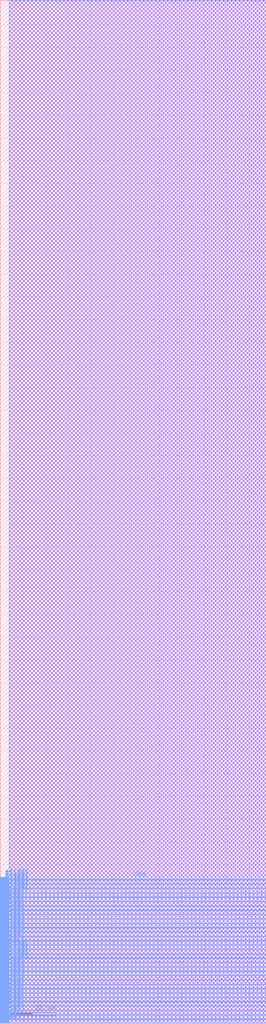
<source format=lef>
VERSION 5.6 ;
BUSBITCHARS "[]" ;
DIVIDERCHAR "/" ;

MACRO SRAM1RW512x128
  CLASS BLOCK ;
  ORIGIN 0 0 ;
  FOREIGN SRAM1RW512x128 0 0 ;
  SIZE 117.408 BY 450.752 ;
  SYMMETRY X Y ;
  SITE asap7sc7p5t ;
  PIN VDD
    DIRECTION INOUT ;
    USE POWER ;
    PORT 
      LAYER M4 ;
        RECT 0.0 1.632 117.408 1.728 ;
        RECT 0.0 3.552 117.408 3.648 ;
        RECT 0.0 5.472 117.408 5.568 ;
        RECT 0.0 7.392 117.408 7.488 ;
        RECT 0.0 9.312 117.408 9.408 ;
        RECT 0.0 11.232 117.408 11.328 ;
        RECT 0.0 13.152 117.408 13.248 ;
        RECT 0.0 15.072 117.408 15.168 ;
        RECT 0.0 16.992 117.408 17.088 ;
        RECT 0.0 18.912 117.408 19.008 ;
        RECT 0.0 20.832 117.408 20.928 ;
        RECT 0.0 22.752 117.408 22.848 ;
        RECT 0.0 24.672 117.408 24.768 ;
        RECT 0.0 26.592 117.408 26.688 ;
        RECT 0.0 28.512 117.408 28.608 ;
        RECT 0.0 30.432 117.408 30.528 ;
        RECT 0.0 32.352 117.408 32.448 ;
        RECT 0.0 34.272 117.408 34.368 ;
        RECT 0.0 36.192 117.408 36.288 ;
        RECT 0.0 38.112 117.408 38.208 ;
        RECT 0.0 40.032 117.408 40.128 ;
        RECT 0.0 41.952 117.408 42.048 ;
        RECT 0.0 43.872 117.408 43.968 ;
        RECT 0.0 45.792 117.408 45.888 ;
        RECT 0.0 47.712 117.408 47.808 ;
        RECT 0.0 49.632 117.408 49.728 ;
        RECT 0.0 51.552 117.408 51.648 ;
        RECT 0.0 53.472 117.408 53.568 ;
        RECT 0.0 55.392 117.408 55.488 ;
        RECT 0.0 57.312 117.408 57.408 ;
        RECT 0.0 59.232 117.408 59.328 ;
        RECT 0.0 61.152 117.408 61.248 ;
        RECT 0.0 63.072 117.408 63.168 ;
    END 
  END VDD
  PIN VSS
    DIRECTION INOUT ;
    USE GROUND ;
    PORT 
      LAYER M4 ;
        RECT 0.0 1.824 117.408 1.92 ;
        RECT 0.0 3.744 117.408 3.84 ;
        RECT 0.0 5.664 117.408 5.76 ;
        RECT 0.0 7.584 117.408 7.68 ;
        RECT 0.0 9.504 117.408 9.6 ;
        RECT 0.0 11.424 117.408 11.52 ;
        RECT 0.0 13.344 117.408 13.44 ;
        RECT 0.0 15.264 117.408 15.36 ;
        RECT 0.0 17.184 117.408 17.28 ;
        RECT 0.0 19.104 117.408 19.2 ;
        RECT 0.0 21.024 117.408 21.12 ;
        RECT 0.0 22.944 117.408 23.04 ;
        RECT 0.0 24.864 117.408 24.96 ;
        RECT 0.0 26.784 117.408 26.88 ;
        RECT 0.0 28.704 117.408 28.8 ;
        RECT 0.0 30.624 117.408 30.72 ;
        RECT 0.0 32.544 117.408 32.64 ;
        RECT 0.0 34.464 117.408 34.56 ;
        RECT 0.0 36.384 117.408 36.48 ;
        RECT 0.0 38.304 117.408 38.4 ;
        RECT 0.0 40.224 117.408 40.32 ;
        RECT 0.0 42.144 117.408 42.24 ;
        RECT 0.0 44.064 117.408 44.16 ;
        RECT 0.0 45.984 117.408 46.08 ;
        RECT 0.0 47.904 117.408 48.0 ;
        RECT 0.0 49.824 117.408 49.92 ;
        RECT 0.0 51.744 117.408 51.84 ;
        RECT 0.0 53.664 117.408 53.76 ;
        RECT 0.0 55.584 117.408 55.68 ;
        RECT 0.0 57.504 117.408 57.6 ;
        RECT 0.0 59.424 117.408 59.52 ;
        RECT 0.0 61.344 117.408 61.44 ;
        RECT 0.0 63.264 117.408 63.36 ;
    END 
  END VSS
  PIN CE
    DIRECTION INPUT ;
    USE SIGNAL ;
    PORT 
      LAYER M4 ;
        RECT 0.0 0.096 4.0 0.192 ;
    END 
  END CE
  PIN WEB
    DIRECTION INPUT ;
    USE SIGNAL ;
    PORT 
      LAYER M4 ;
        RECT 0.0 0.288 4.0 0.384 ;
    END 
  END WEB
  PIN OEB
    DIRECTION INPUT ;
    USE SIGNAL ;
    PORT 
      LAYER M4 ;
        RECT 0.0 0.48 4.0 0.576 ;
    END 
  END OEB
  PIN CSB
    DIRECTION INPUT ;
    USE SIGNAL ;
    PORT 
      LAYER M4 ;
        RECT 0.0 0.672 4.0 0.768 ;
    END 
  END CSB
  PIN A[0]
    DIRECTION INPUT ;
    USE SIGNAL ;
    PORT 
      LAYER M4 ;
        RECT 0.0 0.864 4.0 0.96 ;
    END 
  END A[0]
  PIN A[1]
    DIRECTION INPUT ;
    USE SIGNAL ;
    PORT 
      LAYER M4 ;
        RECT 0.0 1.056 4.0 1.152 ;
    END 
  END A[1]
  PIN A[2]
    DIRECTION INPUT ;
    USE SIGNAL ;
    PORT 
      LAYER M4 ;
        RECT 0.0 1.248 4.0 1.344 ;
    END 
  END A[2]
  PIN A[3]
    DIRECTION INPUT ;
    USE SIGNAL ;
    PORT 
      LAYER M4 ;
        RECT 0.0 1.44 4.0 1.536 ;
    END 
  END A[3]
  PIN A[4]
    DIRECTION INPUT ;
    USE SIGNAL ;
    PORT 
      LAYER M4 ;
        RECT 0.0 2.016 4.0 2.112 ;
    END 
  END A[4]
  PIN A[5]
    DIRECTION INPUT ;
    USE SIGNAL ;
    PORT 
      LAYER M4 ;
        RECT 0.0 2.208 4.0 2.304 ;
    END 
  END A[5]
  PIN A[6]
    DIRECTION INPUT ;
    USE SIGNAL ;
    PORT 
      LAYER M4 ;
        RECT 0.0 2.4 4.0 2.496 ;
    END 
  END A[6]
  PIN A[7]
    DIRECTION INPUT ;
    USE SIGNAL ;
    PORT 
      LAYER M4 ;
        RECT 0.0 2.592 4.0 2.688 ;
    END 
  END A[7]
  PIN A[8]
    DIRECTION INPUT ;
    USE SIGNAL ;
    PORT 
      LAYER M4 ;
        RECT 0.0 2.784 4.0 2.88 ;
    END 
  END A[8]
  PIN I[0]
    DIRECTION INPUT ;
    USE SIGNAL ;
    PORT 
      LAYER M4 ;
        RECT 0.0 2.976 4.0 3.072 ;
    END 
  END I[0]
  PIN I[1]
    DIRECTION INPUT ;
    USE SIGNAL ;
    PORT 
      LAYER M4 ;
        RECT 0.0 3.168 4.0 3.264 ;
    END 
  END I[1]
  PIN I[2]
    DIRECTION INPUT ;
    USE SIGNAL ;
    PORT 
      LAYER M4 ;
        RECT 0.0 3.36 4.0 3.456 ;
    END 
  END I[2]
  PIN I[3]
    DIRECTION INPUT ;
    USE SIGNAL ;
    PORT 
      LAYER M4 ;
        RECT 0.0 3.936 4.0 4.032 ;
    END 
  END I[3]
  PIN I[4]
    DIRECTION INPUT ;
    USE SIGNAL ;
    PORT 
      LAYER M4 ;
        RECT 0.0 4.128 4.0 4.224 ;
    END 
  END I[4]
  PIN I[5]
    DIRECTION INPUT ;
    USE SIGNAL ;
    PORT 
      LAYER M4 ;
        RECT 0.0 4.32 4.0 4.416 ;
    END 
  END I[5]
  PIN I[6]
    DIRECTION INPUT ;
    USE SIGNAL ;
    PORT 
      LAYER M4 ;
        RECT 0.0 4.512 4.0 4.608 ;
    END 
  END I[6]
  PIN I[7]
    DIRECTION INPUT ;
    USE SIGNAL ;
    PORT 
      LAYER M4 ;
        RECT 0.0 4.704 4.0 4.8 ;
    END 
  END I[7]
  PIN I[8]
    DIRECTION INPUT ;
    USE SIGNAL ;
    PORT 
      LAYER M4 ;
        RECT 0.0 4.896 4.0 4.992 ;
    END 
  END I[8]
  PIN I[9]
    DIRECTION INPUT ;
    USE SIGNAL ;
    PORT 
      LAYER M4 ;
        RECT 0.0 5.088 4.0 5.184 ;
    END 
  END I[9]
  PIN I[10]
    DIRECTION INPUT ;
    USE SIGNAL ;
    PORT 
      LAYER M4 ;
        RECT 0.0 5.28 4.0 5.376 ;
    END 
  END I[10]
  PIN I[11]
    DIRECTION INPUT ;
    USE SIGNAL ;
    PORT 
      LAYER M4 ;
        RECT 0.0 5.856 4.0 5.952 ;
    END 
  END I[11]
  PIN I[12]
    DIRECTION INPUT ;
    USE SIGNAL ;
    PORT 
      LAYER M4 ;
        RECT 0.0 6.048 4.0 6.144 ;
    END 
  END I[12]
  PIN I[13]
    DIRECTION INPUT ;
    USE SIGNAL ;
    PORT 
      LAYER M4 ;
        RECT 0.0 6.24 4.0 6.336 ;
    END 
  END I[13]
  PIN I[14]
    DIRECTION INPUT ;
    USE SIGNAL ;
    PORT 
      LAYER M4 ;
        RECT 0.0 6.432 4.0 6.528 ;
    END 
  END I[14]
  PIN I[15]
    DIRECTION INPUT ;
    USE SIGNAL ;
    PORT 
      LAYER M4 ;
        RECT 0.0 6.624 4.0 6.72 ;
    END 
  END I[15]
  PIN I[16]
    DIRECTION INPUT ;
    USE SIGNAL ;
    PORT 
      LAYER M4 ;
        RECT 0.0 6.816 4.0 6.912 ;
    END 
  END I[16]
  PIN I[17]
    DIRECTION INPUT ;
    USE SIGNAL ;
    PORT 
      LAYER M4 ;
        RECT 0.0 7.008 4.0 7.104 ;
    END 
  END I[17]
  PIN I[18]
    DIRECTION INPUT ;
    USE SIGNAL ;
    PORT 
      LAYER M4 ;
        RECT 0.0 7.2 4.0 7.296 ;
    END 
  END I[18]
  PIN I[19]
    DIRECTION INPUT ;
    USE SIGNAL ;
    PORT 
      LAYER M4 ;
        RECT 0.0 7.776 4.0 7.872 ;
    END 
  END I[19]
  PIN I[20]
    DIRECTION INPUT ;
    USE SIGNAL ;
    PORT 
      LAYER M4 ;
        RECT 0.0 7.968 4.0 8.064 ;
    END 
  END I[20]
  PIN I[21]
    DIRECTION INPUT ;
    USE SIGNAL ;
    PORT 
      LAYER M4 ;
        RECT 0.0 8.16 4.0 8.256 ;
    END 
  END I[21]
  PIN I[22]
    DIRECTION INPUT ;
    USE SIGNAL ;
    PORT 
      LAYER M4 ;
        RECT 0.0 8.352 4.0 8.448 ;
    END 
  END I[22]
  PIN I[23]
    DIRECTION INPUT ;
    USE SIGNAL ;
    PORT 
      LAYER M4 ;
        RECT 0.0 8.544 4.0 8.64 ;
    END 
  END I[23]
  PIN I[24]
    DIRECTION INPUT ;
    USE SIGNAL ;
    PORT 
      LAYER M4 ;
        RECT 0.0 8.736 4.0 8.832 ;
    END 
  END I[24]
  PIN I[25]
    DIRECTION INPUT ;
    USE SIGNAL ;
    PORT 
      LAYER M4 ;
        RECT 0.0 8.928 4.0 9.024 ;
    END 
  END I[25]
  PIN I[26]
    DIRECTION INPUT ;
    USE SIGNAL ;
    PORT 
      LAYER M4 ;
        RECT 0.0 9.12 4.0 9.216 ;
    END 
  END I[26]
  PIN I[27]
    DIRECTION INPUT ;
    USE SIGNAL ;
    PORT 
      LAYER M4 ;
        RECT 0.0 9.696 4.0 9.792 ;
    END 
  END I[27]
  PIN I[28]
    DIRECTION INPUT ;
    USE SIGNAL ;
    PORT 
      LAYER M4 ;
        RECT 0.0 9.888 4.0 9.984 ;
    END 
  END I[28]
  PIN I[29]
    DIRECTION INPUT ;
    USE SIGNAL ;
    PORT 
      LAYER M4 ;
        RECT 0.0 10.08 4.0 10.176 ;
    END 
  END I[29]
  PIN I[30]
    DIRECTION INPUT ;
    USE SIGNAL ;
    PORT 
      LAYER M4 ;
        RECT 0.0 10.272 4.0 10.368 ;
    END 
  END I[30]
  PIN I[31]
    DIRECTION INPUT ;
    USE SIGNAL ;
    PORT 
      LAYER M4 ;
        RECT 0.0 10.464 4.0 10.56 ;
    END 
  END I[31]
  PIN I[32]
    DIRECTION INPUT ;
    USE SIGNAL ;
    PORT 
      LAYER M4 ;
        RECT 0.0 10.656 4.0 10.752 ;
    END 
  END I[32]
  PIN I[33]
    DIRECTION INPUT ;
    USE SIGNAL ;
    PORT 
      LAYER M4 ;
        RECT 0.0 10.848 4.0 10.944 ;
    END 
  END I[33]
  PIN I[34]
    DIRECTION INPUT ;
    USE SIGNAL ;
    PORT 
      LAYER M4 ;
        RECT 0.0 11.04 4.0 11.136 ;
    END 
  END I[34]
  PIN I[35]
    DIRECTION INPUT ;
    USE SIGNAL ;
    PORT 
      LAYER M4 ;
        RECT 0.0 11.616 4.0 11.712 ;
    END 
  END I[35]
  PIN I[36]
    DIRECTION INPUT ;
    USE SIGNAL ;
    PORT 
      LAYER M4 ;
        RECT 0.0 11.808 4.0 11.904 ;
    END 
  END I[36]
  PIN I[37]
    DIRECTION INPUT ;
    USE SIGNAL ;
    PORT 
      LAYER M4 ;
        RECT 0.0 12.0 4.0 12.096 ;
    END 
  END I[37]
  PIN I[38]
    DIRECTION INPUT ;
    USE SIGNAL ;
    PORT 
      LAYER M4 ;
        RECT 0.0 12.192 4.0 12.288 ;
    END 
  END I[38]
  PIN I[39]
    DIRECTION INPUT ;
    USE SIGNAL ;
    PORT 
      LAYER M4 ;
        RECT 0.0 12.384 4.0 12.48 ;
    END 
  END I[39]
  PIN I[40]
    DIRECTION INPUT ;
    USE SIGNAL ;
    PORT 
      LAYER M4 ;
        RECT 0.0 12.576 4.0 12.672 ;
    END 
  END I[40]
  PIN I[41]
    DIRECTION INPUT ;
    USE SIGNAL ;
    PORT 
      LAYER M4 ;
        RECT 0.0 12.768 4.0 12.864 ;
    END 
  END I[41]
  PIN I[42]
    DIRECTION INPUT ;
    USE SIGNAL ;
    PORT 
      LAYER M4 ;
        RECT 0.0 12.96 4.0 13.056 ;
    END 
  END I[42]
  PIN I[43]
    DIRECTION INPUT ;
    USE SIGNAL ;
    PORT 
      LAYER M4 ;
        RECT 0.0 13.536 4.0 13.632 ;
    END 
  END I[43]
  PIN I[44]
    DIRECTION INPUT ;
    USE SIGNAL ;
    PORT 
      LAYER M4 ;
        RECT 0.0 13.728 4.0 13.824 ;
    END 
  END I[44]
  PIN I[45]
    DIRECTION INPUT ;
    USE SIGNAL ;
    PORT 
      LAYER M4 ;
        RECT 0.0 13.92 4.0 14.016 ;
    END 
  END I[45]
  PIN I[46]
    DIRECTION INPUT ;
    USE SIGNAL ;
    PORT 
      LAYER M4 ;
        RECT 0.0 14.112 4.0 14.208 ;
    END 
  END I[46]
  PIN I[47]
    DIRECTION INPUT ;
    USE SIGNAL ;
    PORT 
      LAYER M4 ;
        RECT 0.0 14.304 4.0 14.4 ;
    END 
  END I[47]
  PIN I[48]
    DIRECTION INPUT ;
    USE SIGNAL ;
    PORT 
      LAYER M4 ;
        RECT 0.0 14.496 4.0 14.592 ;
    END 
  END I[48]
  PIN I[49]
    DIRECTION INPUT ;
    USE SIGNAL ;
    PORT 
      LAYER M4 ;
        RECT 0.0 14.688 4.0 14.784 ;
    END 
  END I[49]
  PIN I[50]
    DIRECTION INPUT ;
    USE SIGNAL ;
    PORT 
      LAYER M4 ;
        RECT 0.0 14.88 4.0 14.976 ;
    END 
  END I[50]
  PIN I[51]
    DIRECTION INPUT ;
    USE SIGNAL ;
    PORT 
      LAYER M4 ;
        RECT 0.0 15.456 4.0 15.552 ;
    END 
  END I[51]
  PIN I[52]
    DIRECTION INPUT ;
    USE SIGNAL ;
    PORT 
      LAYER M4 ;
        RECT 0.0 15.648 4.0 15.744 ;
    END 
  END I[52]
  PIN I[53]
    DIRECTION INPUT ;
    USE SIGNAL ;
    PORT 
      LAYER M4 ;
        RECT 0.0 15.84 4.0 15.936 ;
    END 
  END I[53]
  PIN I[54]
    DIRECTION INPUT ;
    USE SIGNAL ;
    PORT 
      LAYER M4 ;
        RECT 0.0 16.032 4.0 16.128 ;
    END 
  END I[54]
  PIN I[55]
    DIRECTION INPUT ;
    USE SIGNAL ;
    PORT 
      LAYER M4 ;
        RECT 0.0 16.224 4.0 16.32 ;
    END 
  END I[55]
  PIN I[56]
    DIRECTION INPUT ;
    USE SIGNAL ;
    PORT 
      LAYER M4 ;
        RECT 0.0 16.416 4.0 16.512 ;
    END 
  END I[56]
  PIN I[57]
    DIRECTION INPUT ;
    USE SIGNAL ;
    PORT 
      LAYER M4 ;
        RECT 0.0 16.608 4.0 16.704 ;
    END 
  END I[57]
  PIN I[58]
    DIRECTION INPUT ;
    USE SIGNAL ;
    PORT 
      LAYER M4 ;
        RECT 0.0 16.8 4.0 16.896 ;
    END 
  END I[58]
  PIN I[59]
    DIRECTION INPUT ;
    USE SIGNAL ;
    PORT 
      LAYER M4 ;
        RECT 0.0 17.376 4.0 17.472 ;
    END 
  END I[59]
  PIN I[60]
    DIRECTION INPUT ;
    USE SIGNAL ;
    PORT 
      LAYER M4 ;
        RECT 0.0 17.568 4.0 17.664 ;
    END 
  END I[60]
  PIN I[61]
    DIRECTION INPUT ;
    USE SIGNAL ;
    PORT 
      LAYER M4 ;
        RECT 0.0 17.76 4.0 17.856 ;
    END 
  END I[61]
  PIN I[62]
    DIRECTION INPUT ;
    USE SIGNAL ;
    PORT 
      LAYER M4 ;
        RECT 0.0 17.952 4.0 18.048 ;
    END 
  END I[62]
  PIN I[63]
    DIRECTION INPUT ;
    USE SIGNAL ;
    PORT 
      LAYER M4 ;
        RECT 0.0 18.144 4.0 18.24 ;
    END 
  END I[63]
  PIN I[64]
    DIRECTION INPUT ;
    USE SIGNAL ;
    PORT 
      LAYER M4 ;
        RECT 0.0 18.336 4.0 18.432 ;
    END 
  END I[64]
  PIN I[65]
    DIRECTION INPUT ;
    USE SIGNAL ;
    PORT 
      LAYER M4 ;
        RECT 0.0 18.528 4.0 18.624 ;
    END 
  END I[65]
  PIN I[66]
    DIRECTION INPUT ;
    USE SIGNAL ;
    PORT 
      LAYER M4 ;
        RECT 0.0 18.72 4.0 18.816 ;
    END 
  END I[66]
  PIN I[67]
    DIRECTION INPUT ;
    USE SIGNAL ;
    PORT 
      LAYER M4 ;
        RECT 0.0 19.296 4.0 19.392 ;
    END 
  END I[67]
  PIN I[68]
    DIRECTION INPUT ;
    USE SIGNAL ;
    PORT 
      LAYER M4 ;
        RECT 0.0 19.488 4.0 19.584 ;
    END 
  END I[68]
  PIN I[69]
    DIRECTION INPUT ;
    USE SIGNAL ;
    PORT 
      LAYER M4 ;
        RECT 0.0 19.68 4.0 19.776 ;
    END 
  END I[69]
  PIN I[70]
    DIRECTION INPUT ;
    USE SIGNAL ;
    PORT 
      LAYER M4 ;
        RECT 0.0 19.872 4.0 19.968 ;
    END 
  END I[70]
  PIN I[71]
    DIRECTION INPUT ;
    USE SIGNAL ;
    PORT 
      LAYER M4 ;
        RECT 0.0 20.064 4.0 20.16 ;
    END 
  END I[71]
  PIN I[72]
    DIRECTION INPUT ;
    USE SIGNAL ;
    PORT 
      LAYER M4 ;
        RECT 0.0 20.256 4.0 20.352 ;
    END 
  END I[72]
  PIN I[73]
    DIRECTION INPUT ;
    USE SIGNAL ;
    PORT 
      LAYER M4 ;
        RECT 0.0 20.448 4.0 20.544 ;
    END 
  END I[73]
  PIN I[74]
    DIRECTION INPUT ;
    USE SIGNAL ;
    PORT 
      LAYER M4 ;
        RECT 0.0 20.64 4.0 20.736 ;
    END 
  END I[74]
  PIN I[75]
    DIRECTION INPUT ;
    USE SIGNAL ;
    PORT 
      LAYER M4 ;
        RECT 0.0 21.216 4.0 21.312 ;
    END 
  END I[75]
  PIN I[76]
    DIRECTION INPUT ;
    USE SIGNAL ;
    PORT 
      LAYER M4 ;
        RECT 0.0 21.408 4.0 21.504 ;
    END 
  END I[76]
  PIN I[77]
    DIRECTION INPUT ;
    USE SIGNAL ;
    PORT 
      LAYER M4 ;
        RECT 0.0 21.6 4.0 21.696 ;
    END 
  END I[77]
  PIN I[78]
    DIRECTION INPUT ;
    USE SIGNAL ;
    PORT 
      LAYER M4 ;
        RECT 0.0 21.792 4.0 21.888 ;
    END 
  END I[78]
  PIN I[79]
    DIRECTION INPUT ;
    USE SIGNAL ;
    PORT 
      LAYER M4 ;
        RECT 0.0 21.984 4.0 22.08 ;
    END 
  END I[79]
  PIN I[80]
    DIRECTION INPUT ;
    USE SIGNAL ;
    PORT 
      LAYER M4 ;
        RECT 0.0 22.176 4.0 22.272 ;
    END 
  END I[80]
  PIN I[81]
    DIRECTION INPUT ;
    USE SIGNAL ;
    PORT 
      LAYER M4 ;
        RECT 0.0 22.368 4.0 22.464 ;
    END 
  END I[81]
  PIN I[82]
    DIRECTION INPUT ;
    USE SIGNAL ;
    PORT 
      LAYER M4 ;
        RECT 0.0 22.56 4.0 22.656 ;
    END 
  END I[82]
  PIN I[83]
    DIRECTION INPUT ;
    USE SIGNAL ;
    PORT 
      LAYER M4 ;
        RECT 0.0 23.136 4.0 23.232 ;
    END 
  END I[83]
  PIN I[84]
    DIRECTION INPUT ;
    USE SIGNAL ;
    PORT 
      LAYER M4 ;
        RECT 0.0 23.328 4.0 23.424 ;
    END 
  END I[84]
  PIN I[85]
    DIRECTION INPUT ;
    USE SIGNAL ;
    PORT 
      LAYER M4 ;
        RECT 0.0 23.52 4.0 23.616 ;
    END 
  END I[85]
  PIN I[86]
    DIRECTION INPUT ;
    USE SIGNAL ;
    PORT 
      LAYER M4 ;
        RECT 0.0 23.712 4.0 23.808 ;
    END 
  END I[86]
  PIN I[87]
    DIRECTION INPUT ;
    USE SIGNAL ;
    PORT 
      LAYER M4 ;
        RECT 0.0 23.904 4.0 24.0 ;
    END 
  END I[87]
  PIN I[88]
    DIRECTION INPUT ;
    USE SIGNAL ;
    PORT 
      LAYER M4 ;
        RECT 0.0 24.096 4.0 24.192 ;
    END 
  END I[88]
  PIN I[89]
    DIRECTION INPUT ;
    USE SIGNAL ;
    PORT 
      LAYER M4 ;
        RECT 0.0 24.288 4.0 24.384 ;
    END 
  END I[89]
  PIN I[90]
    DIRECTION INPUT ;
    USE SIGNAL ;
    PORT 
      LAYER M4 ;
        RECT 0.0 24.48 4.0 24.576 ;
    END 
  END I[90]
  PIN I[91]
    DIRECTION INPUT ;
    USE SIGNAL ;
    PORT 
      LAYER M4 ;
        RECT 0.0 25.056 4.0 25.152 ;
    END 
  END I[91]
  PIN I[92]
    DIRECTION INPUT ;
    USE SIGNAL ;
    PORT 
      LAYER M4 ;
        RECT 0.0 25.248 4.0 25.344 ;
    END 
  END I[92]
  PIN I[93]
    DIRECTION INPUT ;
    USE SIGNAL ;
    PORT 
      LAYER M4 ;
        RECT 0.0 25.44 4.0 25.536 ;
    END 
  END I[93]
  PIN I[94]
    DIRECTION INPUT ;
    USE SIGNAL ;
    PORT 
      LAYER M4 ;
        RECT 0.0 25.632 4.0 25.728 ;
    END 
  END I[94]
  PIN I[95]
    DIRECTION INPUT ;
    USE SIGNAL ;
    PORT 
      LAYER M4 ;
        RECT 0.0 25.824 4.0 25.92 ;
    END 
  END I[95]
  PIN I[96]
    DIRECTION INPUT ;
    USE SIGNAL ;
    PORT 
      LAYER M4 ;
        RECT 0.0 26.016 4.0 26.112 ;
    END 
  END I[96]
  PIN I[97]
    DIRECTION INPUT ;
    USE SIGNAL ;
    PORT 
      LAYER M4 ;
        RECT 0.0 26.208 4.0 26.304 ;
    END 
  END I[97]
  PIN I[98]
    DIRECTION INPUT ;
    USE SIGNAL ;
    PORT 
      LAYER M4 ;
        RECT 0.0 26.4 4.0 26.496 ;
    END 
  END I[98]
  PIN I[99]
    DIRECTION INPUT ;
    USE SIGNAL ;
    PORT 
      LAYER M4 ;
        RECT 0.0 26.976 4.0 27.072 ;
    END 
  END I[99]
  PIN I[100]
    DIRECTION INPUT ;
    USE SIGNAL ;
    PORT 
      LAYER M4 ;
        RECT 0.0 27.168 4.0 27.264 ;
    END 
  END I[100]
  PIN I[101]
    DIRECTION INPUT ;
    USE SIGNAL ;
    PORT 
      LAYER M4 ;
        RECT 0.0 27.36 4.0 27.456 ;
    END 
  END I[101]
  PIN I[102]
    DIRECTION INPUT ;
    USE SIGNAL ;
    PORT 
      LAYER M4 ;
        RECT 0.0 27.552 4.0 27.648 ;
    END 
  END I[102]
  PIN I[103]
    DIRECTION INPUT ;
    USE SIGNAL ;
    PORT 
      LAYER M4 ;
        RECT 0.0 27.744 4.0 27.84 ;
    END 
  END I[103]
  PIN I[104]
    DIRECTION INPUT ;
    USE SIGNAL ;
    PORT 
      LAYER M4 ;
        RECT 0.0 27.936 4.0 28.032 ;
    END 
  END I[104]
  PIN I[105]
    DIRECTION INPUT ;
    USE SIGNAL ;
    PORT 
      LAYER M4 ;
        RECT 0.0 28.128 4.0 28.224 ;
    END 
  END I[105]
  PIN I[106]
    DIRECTION INPUT ;
    USE SIGNAL ;
    PORT 
      LAYER M4 ;
        RECT 0.0 28.32 4.0 28.416 ;
    END 
  END I[106]
  PIN I[107]
    DIRECTION INPUT ;
    USE SIGNAL ;
    PORT 
      LAYER M4 ;
        RECT 0.0 28.896 4.0 28.992 ;
    END 
  END I[107]
  PIN I[108]
    DIRECTION INPUT ;
    USE SIGNAL ;
    PORT 
      LAYER M4 ;
        RECT 0.0 29.088 4.0 29.184 ;
    END 
  END I[108]
  PIN I[109]
    DIRECTION INPUT ;
    USE SIGNAL ;
    PORT 
      LAYER M4 ;
        RECT 0.0 29.28 4.0 29.376 ;
    END 
  END I[109]
  PIN I[110]
    DIRECTION INPUT ;
    USE SIGNAL ;
    PORT 
      LAYER M4 ;
        RECT 0.0 29.472 4.0 29.568 ;
    END 
  END I[110]
  PIN I[111]
    DIRECTION INPUT ;
    USE SIGNAL ;
    PORT 
      LAYER M4 ;
        RECT 0.0 29.664 4.0 29.76 ;
    END 
  END I[111]
  PIN I[112]
    DIRECTION INPUT ;
    USE SIGNAL ;
    PORT 
      LAYER M4 ;
        RECT 0.0 29.856 4.0 29.952 ;
    END 
  END I[112]
  PIN I[113]
    DIRECTION INPUT ;
    USE SIGNAL ;
    PORT 
      LAYER M4 ;
        RECT 0.0 30.048 4.0 30.144 ;
    END 
  END I[113]
  PIN I[114]
    DIRECTION INPUT ;
    USE SIGNAL ;
    PORT 
      LAYER M4 ;
        RECT 0.0 30.24 4.0 30.336 ;
    END 
  END I[114]
  PIN I[115]
    DIRECTION INPUT ;
    USE SIGNAL ;
    PORT 
      LAYER M4 ;
        RECT 0.0 30.816 4.0 30.912 ;
    END 
  END I[115]
  PIN I[116]
    DIRECTION INPUT ;
    USE SIGNAL ;
    PORT 
      LAYER M4 ;
        RECT 0.0 31.008 4.0 31.104 ;
    END 
  END I[116]
  PIN I[117]
    DIRECTION INPUT ;
    USE SIGNAL ;
    PORT 
      LAYER M4 ;
        RECT 0.0 31.2 4.0 31.296 ;
    END 
  END I[117]
  PIN I[118]
    DIRECTION INPUT ;
    USE SIGNAL ;
    PORT 
      LAYER M4 ;
        RECT 0.0 31.392 4.0 31.488 ;
    END 
  END I[118]
  PIN I[119]
    DIRECTION INPUT ;
    USE SIGNAL ;
    PORT 
      LAYER M4 ;
        RECT 0.0 31.584 4.0 31.68 ;
    END 
  END I[119]
  PIN I[120]
    DIRECTION INPUT ;
    USE SIGNAL ;
    PORT 
      LAYER M4 ;
        RECT 0.0 31.776 4.0 31.872 ;
    END 
  END I[120]
  PIN I[121]
    DIRECTION INPUT ;
    USE SIGNAL ;
    PORT 
      LAYER M4 ;
        RECT 0.0 31.968 4.0 32.064 ;
    END 
  END I[121]
  PIN I[122]
    DIRECTION INPUT ;
    USE SIGNAL ;
    PORT 
      LAYER M4 ;
        RECT 0.0 32.16 4.0 32.256 ;
    END 
  END I[122]
  PIN I[123]
    DIRECTION INPUT ;
    USE SIGNAL ;
    PORT 
      LAYER M4 ;
        RECT 0.0 32.736 4.0 32.832 ;
    END 
  END I[123]
  PIN I[124]
    DIRECTION INPUT ;
    USE SIGNAL ;
    PORT 
      LAYER M4 ;
        RECT 0.0 32.928 4.0 33.024 ;
    END 
  END I[124]
  PIN I[125]
    DIRECTION INPUT ;
    USE SIGNAL ;
    PORT 
      LAYER M4 ;
        RECT 0.0 33.12 4.0 33.216 ;
    END 
  END I[125]
  PIN I[126]
    DIRECTION INPUT ;
    USE SIGNAL ;
    PORT 
      LAYER M4 ;
        RECT 0.0 33.312 4.0 33.408 ;
    END 
  END I[126]
  PIN I[127]
    DIRECTION INPUT ;
    USE SIGNAL ;
    PORT 
      LAYER M4 ;
        RECT 0.0 33.504 4.0 33.6 ;
    END 
  END I[127]
  PIN O[0]
    DIRECTION OUTPUT ;
    USE SIGNAL ;
    PORT 
      LAYER M4 ;
        RECT 0.0 33.696 4.0 33.792 ;
    END 
  END O[0]
  PIN O[1]
    DIRECTION OUTPUT ;
    USE SIGNAL ;
    PORT 
      LAYER M4 ;
        RECT 0.0 33.888 4.0 33.984 ;
    END 
  END O[1]
  PIN O[2]
    DIRECTION OUTPUT ;
    USE SIGNAL ;
    PORT 
      LAYER M4 ;
        RECT 0.0 34.08 4.0 34.176 ;
    END 
  END O[2]
  PIN O[3]
    DIRECTION OUTPUT ;
    USE SIGNAL ;
    PORT 
      LAYER M4 ;
        RECT 0.0 34.656 4.0 34.752 ;
    END 
  END O[3]
  PIN O[4]
    DIRECTION OUTPUT ;
    USE SIGNAL ;
    PORT 
      LAYER M4 ;
        RECT 0.0 34.848 4.0 34.944 ;
    END 
  END O[4]
  PIN O[5]
    DIRECTION OUTPUT ;
    USE SIGNAL ;
    PORT 
      LAYER M4 ;
        RECT 0.0 35.04 4.0 35.136 ;
    END 
  END O[5]
  PIN O[6]
    DIRECTION OUTPUT ;
    USE SIGNAL ;
    PORT 
      LAYER M4 ;
        RECT 0.0 35.232 4.0 35.328 ;
    END 
  END O[6]
  PIN O[7]
    DIRECTION OUTPUT ;
    USE SIGNAL ;
    PORT 
      LAYER M4 ;
        RECT 0.0 35.424 4.0 35.52 ;
    END 
  END O[7]
  PIN O[8]
    DIRECTION OUTPUT ;
    USE SIGNAL ;
    PORT 
      LAYER M4 ;
        RECT 0.0 35.616 4.0 35.712 ;
    END 
  END O[8]
  PIN O[9]
    DIRECTION OUTPUT ;
    USE SIGNAL ;
    PORT 
      LAYER M4 ;
        RECT 0.0 35.808 4.0 35.904 ;
    END 
  END O[9]
  PIN O[10]
    DIRECTION OUTPUT ;
    USE SIGNAL ;
    PORT 
      LAYER M4 ;
        RECT 0.0 36.0 4.0 36.096 ;
    END 
  END O[10]
  PIN O[11]
    DIRECTION OUTPUT ;
    USE SIGNAL ;
    PORT 
      LAYER M4 ;
        RECT 0.0 36.576 4.0 36.672 ;
    END 
  END O[11]
  PIN O[12]
    DIRECTION OUTPUT ;
    USE SIGNAL ;
    PORT 
      LAYER M4 ;
        RECT 0.0 36.768 4.0 36.864 ;
    END 
  END O[12]
  PIN O[13]
    DIRECTION OUTPUT ;
    USE SIGNAL ;
    PORT 
      LAYER M4 ;
        RECT 0.0 36.96 4.0 37.056 ;
    END 
  END O[13]
  PIN O[14]
    DIRECTION OUTPUT ;
    USE SIGNAL ;
    PORT 
      LAYER M4 ;
        RECT 0.0 37.152 4.0 37.248 ;
    END 
  END O[14]
  PIN O[15]
    DIRECTION OUTPUT ;
    USE SIGNAL ;
    PORT 
      LAYER M4 ;
        RECT 0.0 37.344 4.0 37.44 ;
    END 
  END O[15]
  PIN O[16]
    DIRECTION OUTPUT ;
    USE SIGNAL ;
    PORT 
      LAYER M4 ;
        RECT 0.0 37.536 4.0 37.632 ;
    END 
  END O[16]
  PIN O[17]
    DIRECTION OUTPUT ;
    USE SIGNAL ;
    PORT 
      LAYER M4 ;
        RECT 0.0 37.728 4.0 37.824 ;
    END 
  END O[17]
  PIN O[18]
    DIRECTION OUTPUT ;
    USE SIGNAL ;
    PORT 
      LAYER M4 ;
        RECT 0.0 37.92 4.0 38.016 ;
    END 
  END O[18]
  PIN O[19]
    DIRECTION OUTPUT ;
    USE SIGNAL ;
    PORT 
      LAYER M4 ;
        RECT 0.0 38.496 4.0 38.592 ;
    END 
  END O[19]
  PIN O[20]
    DIRECTION OUTPUT ;
    USE SIGNAL ;
    PORT 
      LAYER M4 ;
        RECT 0.0 38.688 4.0 38.784 ;
    END 
  END O[20]
  PIN O[21]
    DIRECTION OUTPUT ;
    USE SIGNAL ;
    PORT 
      LAYER M4 ;
        RECT 0.0 38.88 4.0 38.976 ;
    END 
  END O[21]
  PIN O[22]
    DIRECTION OUTPUT ;
    USE SIGNAL ;
    PORT 
      LAYER M4 ;
        RECT 0.0 39.072 4.0 39.168 ;
    END 
  END O[22]
  PIN O[23]
    DIRECTION OUTPUT ;
    USE SIGNAL ;
    PORT 
      LAYER M4 ;
        RECT 0.0 39.264 4.0 39.36 ;
    END 
  END O[23]
  PIN O[24]
    DIRECTION OUTPUT ;
    USE SIGNAL ;
    PORT 
      LAYER M4 ;
        RECT 0.0 39.456 4.0 39.552 ;
    END 
  END O[24]
  PIN O[25]
    DIRECTION OUTPUT ;
    USE SIGNAL ;
    PORT 
      LAYER M4 ;
        RECT 0.0 39.648 4.0 39.744 ;
    END 
  END O[25]
  PIN O[26]
    DIRECTION OUTPUT ;
    USE SIGNAL ;
    PORT 
      LAYER M4 ;
        RECT 0.0 39.84 4.0 39.936 ;
    END 
  END O[26]
  PIN O[27]
    DIRECTION OUTPUT ;
    USE SIGNAL ;
    PORT 
      LAYER M4 ;
        RECT 0.0 40.416 4.0 40.512 ;
    END 
  END O[27]
  PIN O[28]
    DIRECTION OUTPUT ;
    USE SIGNAL ;
    PORT 
      LAYER M4 ;
        RECT 0.0 40.608 4.0 40.704 ;
    END 
  END O[28]
  PIN O[29]
    DIRECTION OUTPUT ;
    USE SIGNAL ;
    PORT 
      LAYER M4 ;
        RECT 0.0 40.8 4.0 40.896 ;
    END 
  END O[29]
  PIN O[30]
    DIRECTION OUTPUT ;
    USE SIGNAL ;
    PORT 
      LAYER M4 ;
        RECT 0.0 40.992 4.0 41.088 ;
    END 
  END O[30]
  PIN O[31]
    DIRECTION OUTPUT ;
    USE SIGNAL ;
    PORT 
      LAYER M4 ;
        RECT 0.0 41.184 4.0 41.28 ;
    END 
  END O[31]
  PIN O[32]
    DIRECTION OUTPUT ;
    USE SIGNAL ;
    PORT 
      LAYER M4 ;
        RECT 0.0 41.376 4.0 41.472 ;
    END 
  END O[32]
  PIN O[33]
    DIRECTION OUTPUT ;
    USE SIGNAL ;
    PORT 
      LAYER M4 ;
        RECT 0.0 41.568 4.0 41.664 ;
    END 
  END O[33]
  PIN O[34]
    DIRECTION OUTPUT ;
    USE SIGNAL ;
    PORT 
      LAYER M4 ;
        RECT 0.0 41.76 4.0 41.856 ;
    END 
  END O[34]
  PIN O[35]
    DIRECTION OUTPUT ;
    USE SIGNAL ;
    PORT 
      LAYER M4 ;
        RECT 0.0 42.336 4.0 42.432 ;
    END 
  END O[35]
  PIN O[36]
    DIRECTION OUTPUT ;
    USE SIGNAL ;
    PORT 
      LAYER M4 ;
        RECT 0.0 42.528 4.0 42.624 ;
    END 
  END O[36]
  PIN O[37]
    DIRECTION OUTPUT ;
    USE SIGNAL ;
    PORT 
      LAYER M4 ;
        RECT 0.0 42.72 4.0 42.816 ;
    END 
  END O[37]
  PIN O[38]
    DIRECTION OUTPUT ;
    USE SIGNAL ;
    PORT 
      LAYER M4 ;
        RECT 0.0 42.912 4.0 43.008 ;
    END 
  END O[38]
  PIN O[39]
    DIRECTION OUTPUT ;
    USE SIGNAL ;
    PORT 
      LAYER M4 ;
        RECT 0.0 43.104 4.0 43.2 ;
    END 
  END O[39]
  PIN O[40]
    DIRECTION OUTPUT ;
    USE SIGNAL ;
    PORT 
      LAYER M4 ;
        RECT 0.0 43.296 4.0 43.392 ;
    END 
  END O[40]
  PIN O[41]
    DIRECTION OUTPUT ;
    USE SIGNAL ;
    PORT 
      LAYER M4 ;
        RECT 0.0 43.488 4.0 43.584 ;
    END 
  END O[41]
  PIN O[42]
    DIRECTION OUTPUT ;
    USE SIGNAL ;
    PORT 
      LAYER M4 ;
        RECT 0.0 43.68 4.0 43.776 ;
    END 
  END O[42]
  PIN O[43]
    DIRECTION OUTPUT ;
    USE SIGNAL ;
    PORT 
      LAYER M4 ;
        RECT 0.0 44.256 4.0 44.352 ;
    END 
  END O[43]
  PIN O[44]
    DIRECTION OUTPUT ;
    USE SIGNAL ;
    PORT 
      LAYER M4 ;
        RECT 0.0 44.448 4.0 44.544 ;
    END 
  END O[44]
  PIN O[45]
    DIRECTION OUTPUT ;
    USE SIGNAL ;
    PORT 
      LAYER M4 ;
        RECT 0.0 44.64 4.0 44.736 ;
    END 
  END O[45]
  PIN O[46]
    DIRECTION OUTPUT ;
    USE SIGNAL ;
    PORT 
      LAYER M4 ;
        RECT 0.0 44.832 4.0 44.928 ;
    END 
  END O[46]
  PIN O[47]
    DIRECTION OUTPUT ;
    USE SIGNAL ;
    PORT 
      LAYER M4 ;
        RECT 0.0 45.024 4.0 45.12 ;
    END 
  END O[47]
  PIN O[48]
    DIRECTION OUTPUT ;
    USE SIGNAL ;
    PORT 
      LAYER M4 ;
        RECT 0.0 45.216 4.0 45.312 ;
    END 
  END O[48]
  PIN O[49]
    DIRECTION OUTPUT ;
    USE SIGNAL ;
    PORT 
      LAYER M4 ;
        RECT 0.0 45.408 4.0 45.504 ;
    END 
  END O[49]
  PIN O[50]
    DIRECTION OUTPUT ;
    USE SIGNAL ;
    PORT 
      LAYER M4 ;
        RECT 0.0 45.6 4.0 45.696 ;
    END 
  END O[50]
  PIN O[51]
    DIRECTION OUTPUT ;
    USE SIGNAL ;
    PORT 
      LAYER M4 ;
        RECT 0.0 46.176 4.0 46.272 ;
    END 
  END O[51]
  PIN O[52]
    DIRECTION OUTPUT ;
    USE SIGNAL ;
    PORT 
      LAYER M4 ;
        RECT 0.0 46.368 4.0 46.464 ;
    END 
  END O[52]
  PIN O[53]
    DIRECTION OUTPUT ;
    USE SIGNAL ;
    PORT 
      LAYER M4 ;
        RECT 0.0 46.56 4.0 46.656 ;
    END 
  END O[53]
  PIN O[54]
    DIRECTION OUTPUT ;
    USE SIGNAL ;
    PORT 
      LAYER M4 ;
        RECT 0.0 46.752 4.0 46.848 ;
    END 
  END O[54]
  PIN O[55]
    DIRECTION OUTPUT ;
    USE SIGNAL ;
    PORT 
      LAYER M4 ;
        RECT 0.0 46.944 4.0 47.04 ;
    END 
  END O[55]
  PIN O[56]
    DIRECTION OUTPUT ;
    USE SIGNAL ;
    PORT 
      LAYER M4 ;
        RECT 0.0 47.136 4.0 47.232 ;
    END 
  END O[56]
  PIN O[57]
    DIRECTION OUTPUT ;
    USE SIGNAL ;
    PORT 
      LAYER M4 ;
        RECT 0.0 47.328 4.0 47.424 ;
    END 
  END O[57]
  PIN O[58]
    DIRECTION OUTPUT ;
    USE SIGNAL ;
    PORT 
      LAYER M4 ;
        RECT 0.0 47.52 4.0 47.616 ;
    END 
  END O[58]
  PIN O[59]
    DIRECTION OUTPUT ;
    USE SIGNAL ;
    PORT 
      LAYER M4 ;
        RECT 0.0 48.096 4.0 48.192 ;
    END 
  END O[59]
  PIN O[60]
    DIRECTION OUTPUT ;
    USE SIGNAL ;
    PORT 
      LAYER M4 ;
        RECT 0.0 48.288 4.0 48.384 ;
    END 
  END O[60]
  PIN O[61]
    DIRECTION OUTPUT ;
    USE SIGNAL ;
    PORT 
      LAYER M4 ;
        RECT 0.0 48.48 4.0 48.576 ;
    END 
  END O[61]
  PIN O[62]
    DIRECTION OUTPUT ;
    USE SIGNAL ;
    PORT 
      LAYER M4 ;
        RECT 0.0 48.672 4.0 48.768 ;
    END 
  END O[62]
  PIN O[63]
    DIRECTION OUTPUT ;
    USE SIGNAL ;
    PORT 
      LAYER M4 ;
        RECT 0.0 48.864 4.0 48.96 ;
    END 
  END O[63]
  PIN O[64]
    DIRECTION OUTPUT ;
    USE SIGNAL ;
    PORT 
      LAYER M4 ;
        RECT 0.0 49.056 4.0 49.152 ;
    END 
  END O[64]
  PIN O[65]
    DIRECTION OUTPUT ;
    USE SIGNAL ;
    PORT 
      LAYER M4 ;
        RECT 0.0 49.248 4.0 49.344 ;
    END 
  END O[65]
  PIN O[66]
    DIRECTION OUTPUT ;
    USE SIGNAL ;
    PORT 
      LAYER M4 ;
        RECT 0.0 49.44 4.0 49.536 ;
    END 
  END O[66]
  PIN O[67]
    DIRECTION OUTPUT ;
    USE SIGNAL ;
    PORT 
      LAYER M4 ;
        RECT 0.0 50.016 4.0 50.112 ;
    END 
  END O[67]
  PIN O[68]
    DIRECTION OUTPUT ;
    USE SIGNAL ;
    PORT 
      LAYER M4 ;
        RECT 0.0 50.208 4.0 50.304 ;
    END 
  END O[68]
  PIN O[69]
    DIRECTION OUTPUT ;
    USE SIGNAL ;
    PORT 
      LAYER M4 ;
        RECT 0.0 50.4 4.0 50.496 ;
    END 
  END O[69]
  PIN O[70]
    DIRECTION OUTPUT ;
    USE SIGNAL ;
    PORT 
      LAYER M4 ;
        RECT 0.0 50.592 4.0 50.688 ;
    END 
  END O[70]
  PIN O[71]
    DIRECTION OUTPUT ;
    USE SIGNAL ;
    PORT 
      LAYER M4 ;
        RECT 0.0 50.784 4.0 50.88 ;
    END 
  END O[71]
  PIN O[72]
    DIRECTION OUTPUT ;
    USE SIGNAL ;
    PORT 
      LAYER M4 ;
        RECT 0.0 50.976 4.0 51.072 ;
    END 
  END O[72]
  PIN O[73]
    DIRECTION OUTPUT ;
    USE SIGNAL ;
    PORT 
      LAYER M4 ;
        RECT 0.0 51.168 4.0 51.264 ;
    END 
  END O[73]
  PIN O[74]
    DIRECTION OUTPUT ;
    USE SIGNAL ;
    PORT 
      LAYER M4 ;
        RECT 0.0 51.36 4.0 51.456 ;
    END 
  END O[74]
  PIN O[75]
    DIRECTION OUTPUT ;
    USE SIGNAL ;
    PORT 
      LAYER M4 ;
        RECT 0.0 51.936 4.0 52.032 ;
    END 
  END O[75]
  PIN O[76]
    DIRECTION OUTPUT ;
    USE SIGNAL ;
    PORT 
      LAYER M4 ;
        RECT 0.0 52.128 4.0 52.224 ;
    END 
  END O[76]
  PIN O[77]
    DIRECTION OUTPUT ;
    USE SIGNAL ;
    PORT 
      LAYER M4 ;
        RECT 0.0 52.32 4.0 52.416 ;
    END 
  END O[77]
  PIN O[78]
    DIRECTION OUTPUT ;
    USE SIGNAL ;
    PORT 
      LAYER M4 ;
        RECT 0.0 52.512 4.0 52.608 ;
    END 
  END O[78]
  PIN O[79]
    DIRECTION OUTPUT ;
    USE SIGNAL ;
    PORT 
      LAYER M4 ;
        RECT 0.0 52.704 4.0 52.8 ;
    END 
  END O[79]
  PIN O[80]
    DIRECTION OUTPUT ;
    USE SIGNAL ;
    PORT 
      LAYER M4 ;
        RECT 0.0 52.896 4.0 52.992 ;
    END 
  END O[80]
  PIN O[81]
    DIRECTION OUTPUT ;
    USE SIGNAL ;
    PORT 
      LAYER M4 ;
        RECT 0.0 53.088 4.0 53.184 ;
    END 
  END O[81]
  PIN O[82]
    DIRECTION OUTPUT ;
    USE SIGNAL ;
    PORT 
      LAYER M4 ;
        RECT 0.0 53.28 4.0 53.376 ;
    END 
  END O[82]
  PIN O[83]
    DIRECTION OUTPUT ;
    USE SIGNAL ;
    PORT 
      LAYER M4 ;
        RECT 0.0 53.856 4.0 53.952 ;
    END 
  END O[83]
  PIN O[84]
    DIRECTION OUTPUT ;
    USE SIGNAL ;
    PORT 
      LAYER M4 ;
        RECT 0.0 54.048 4.0 54.144 ;
    END 
  END O[84]
  PIN O[85]
    DIRECTION OUTPUT ;
    USE SIGNAL ;
    PORT 
      LAYER M4 ;
        RECT 0.0 54.24 4.0 54.336 ;
    END 
  END O[85]
  PIN O[86]
    DIRECTION OUTPUT ;
    USE SIGNAL ;
    PORT 
      LAYER M4 ;
        RECT 0.0 54.432 4.0 54.528 ;
    END 
  END O[86]
  PIN O[87]
    DIRECTION OUTPUT ;
    USE SIGNAL ;
    PORT 
      LAYER M4 ;
        RECT 0.0 54.624 4.0 54.72 ;
    END 
  END O[87]
  PIN O[88]
    DIRECTION OUTPUT ;
    USE SIGNAL ;
    PORT 
      LAYER M4 ;
        RECT 0.0 54.816 4.0 54.912 ;
    END 
  END O[88]
  PIN O[89]
    DIRECTION OUTPUT ;
    USE SIGNAL ;
    PORT 
      LAYER M4 ;
        RECT 0.0 55.008 4.0 55.104 ;
    END 
  END O[89]
  PIN O[90]
    DIRECTION OUTPUT ;
    USE SIGNAL ;
    PORT 
      LAYER M4 ;
        RECT 0.0 55.2 4.0 55.296 ;
    END 
  END O[90]
  PIN O[91]
    DIRECTION OUTPUT ;
    USE SIGNAL ;
    PORT 
      LAYER M4 ;
        RECT 0.0 55.776 4.0 55.872 ;
    END 
  END O[91]
  PIN O[92]
    DIRECTION OUTPUT ;
    USE SIGNAL ;
    PORT 
      LAYER M4 ;
        RECT 0.0 55.968 4.0 56.064 ;
    END 
  END O[92]
  PIN O[93]
    DIRECTION OUTPUT ;
    USE SIGNAL ;
    PORT 
      LAYER M4 ;
        RECT 0.0 56.16 4.0 56.256 ;
    END 
  END O[93]
  PIN O[94]
    DIRECTION OUTPUT ;
    USE SIGNAL ;
    PORT 
      LAYER M4 ;
        RECT 0.0 56.352 4.0 56.448 ;
    END 
  END O[94]
  PIN O[95]
    DIRECTION OUTPUT ;
    USE SIGNAL ;
    PORT 
      LAYER M4 ;
        RECT 0.0 56.544 4.0 56.64 ;
    END 
  END O[95]
  PIN O[96]
    DIRECTION OUTPUT ;
    USE SIGNAL ;
    PORT 
      LAYER M4 ;
        RECT 0.0 56.736 4.0 56.832 ;
    END 
  END O[96]
  PIN O[97]
    DIRECTION OUTPUT ;
    USE SIGNAL ;
    PORT 
      LAYER M4 ;
        RECT 0.0 56.928 4.0 57.024 ;
    END 
  END O[97]
  PIN O[98]
    DIRECTION OUTPUT ;
    USE SIGNAL ;
    PORT 
      LAYER M4 ;
        RECT 0.0 57.12 4.0 57.216 ;
    END 
  END O[98]
  PIN O[99]
    DIRECTION OUTPUT ;
    USE SIGNAL ;
    PORT 
      LAYER M4 ;
        RECT 0.0 57.696 4.0 57.792 ;
    END 
  END O[99]
  PIN O[100]
    DIRECTION OUTPUT ;
    USE SIGNAL ;
    PORT 
      LAYER M4 ;
        RECT 0.0 57.888 4.0 57.984 ;
    END 
  END O[100]
  PIN O[101]
    DIRECTION OUTPUT ;
    USE SIGNAL ;
    PORT 
      LAYER M4 ;
        RECT 0.0 58.08 4.0 58.176 ;
    END 
  END O[101]
  PIN O[102]
    DIRECTION OUTPUT ;
    USE SIGNAL ;
    PORT 
      LAYER M4 ;
        RECT 0.0 58.272 4.0 58.368 ;
    END 
  END O[102]
  PIN O[103]
    DIRECTION OUTPUT ;
    USE SIGNAL ;
    PORT 
      LAYER M4 ;
        RECT 0.0 58.464 4.0 58.56 ;
    END 
  END O[103]
  PIN O[104]
    DIRECTION OUTPUT ;
    USE SIGNAL ;
    PORT 
      LAYER M4 ;
        RECT 0.0 58.656 4.0 58.752 ;
    END 
  END O[104]
  PIN O[105]
    DIRECTION OUTPUT ;
    USE SIGNAL ;
    PORT 
      LAYER M4 ;
        RECT 0.0 58.848 4.0 58.944 ;
    END 
  END O[105]
  PIN O[106]
    DIRECTION OUTPUT ;
    USE SIGNAL ;
    PORT 
      LAYER M4 ;
        RECT 0.0 59.04 4.0 59.136 ;
    END 
  END O[106]
  PIN O[107]
    DIRECTION OUTPUT ;
    USE SIGNAL ;
    PORT 
      LAYER M4 ;
        RECT 0.0 59.616 4.0 59.712 ;
    END 
  END O[107]
  PIN O[108]
    DIRECTION OUTPUT ;
    USE SIGNAL ;
    PORT 
      LAYER M4 ;
        RECT 0.0 59.808 4.0 59.904 ;
    END 
  END O[108]
  PIN O[109]
    DIRECTION OUTPUT ;
    USE SIGNAL ;
    PORT 
      LAYER M4 ;
        RECT 0.0 60.0 4.0 60.096 ;
    END 
  END O[109]
  PIN O[110]
    DIRECTION OUTPUT ;
    USE SIGNAL ;
    PORT 
      LAYER M4 ;
        RECT 0.0 60.192 4.0 60.288 ;
    END 
  END O[110]
  PIN O[111]
    DIRECTION OUTPUT ;
    USE SIGNAL ;
    PORT 
      LAYER M4 ;
        RECT 0.0 60.384 4.0 60.48 ;
    END 
  END O[111]
  PIN O[112]
    DIRECTION OUTPUT ;
    USE SIGNAL ;
    PORT 
      LAYER M4 ;
        RECT 0.0 60.576 4.0 60.672 ;
    END 
  END O[112]
  PIN O[113]
    DIRECTION OUTPUT ;
    USE SIGNAL ;
    PORT 
      LAYER M4 ;
        RECT 0.0 60.768 4.0 60.864 ;
    END 
  END O[113]
  PIN O[114]
    DIRECTION OUTPUT ;
    USE SIGNAL ;
    PORT 
      LAYER M4 ;
        RECT 0.0 60.96 4.0 61.056 ;
    END 
  END O[114]
  PIN O[115]
    DIRECTION OUTPUT ;
    USE SIGNAL ;
    PORT 
      LAYER M4 ;
        RECT 0.0 61.536 4.0 61.632 ;
    END 
  END O[115]
  PIN O[116]
    DIRECTION OUTPUT ;
    USE SIGNAL ;
    PORT 
      LAYER M4 ;
        RECT 0.0 61.728 4.0 61.824 ;
    END 
  END O[116]
  PIN O[117]
    DIRECTION OUTPUT ;
    USE SIGNAL ;
    PORT 
      LAYER M4 ;
        RECT 0.0 61.92 4.0 62.016 ;
    END 
  END O[117]
  PIN O[118]
    DIRECTION OUTPUT ;
    USE SIGNAL ;
    PORT 
      LAYER M4 ;
        RECT 0.0 62.112 4.0 62.208 ;
    END 
  END O[118]
  PIN O[119]
    DIRECTION OUTPUT ;
    USE SIGNAL ;
    PORT 
      LAYER M4 ;
        RECT 0.0 62.304 4.0 62.4 ;
    END 
  END O[119]
  PIN O[120]
    DIRECTION OUTPUT ;
    USE SIGNAL ;
    PORT 
      LAYER M4 ;
        RECT 0.0 62.496 4.0 62.592 ;
    END 
  END O[120]
  PIN O[121]
    DIRECTION OUTPUT ;
    USE SIGNAL ;
    PORT 
      LAYER M4 ;
        RECT 0.0 62.688 4.0 62.784 ;
    END 
  END O[121]
  PIN O[122]
    DIRECTION OUTPUT ;
    USE SIGNAL ;
    PORT 
      LAYER M4 ;
        RECT 0.0 62.88 4.0 62.976 ;
    END 
  END O[122]
  PIN O[123]
    DIRECTION OUTPUT ;
    USE SIGNAL ;
    PORT 
      LAYER M4 ;
        RECT 0.0 63.456 4.0 63.552 ;
    END 
  END O[123]
  PIN O[124]
    DIRECTION OUTPUT ;
    USE SIGNAL ;
    PORT 
      LAYER M4 ;
        RECT 0.0 63.648 4.0 63.744 ;
    END 
  END O[124]
  PIN O[125]
    DIRECTION OUTPUT ;
    USE SIGNAL ;
    PORT 
      LAYER M4 ;
        RECT 0.0 63.84 4.0 63.936 ;
    END 
  END O[125]
  PIN O[126]
    DIRECTION OUTPUT ;
    USE SIGNAL ;
    PORT 
      LAYER M4 ;
        RECT 0.0 64.032 4.0 64.128 ;
    END 
  END O[126]
  PIN O[127]
    DIRECTION OUTPUT ;
    USE SIGNAL ;
    PORT 
      LAYER M4 ;
        RECT 0.0 64.224 4.0 64.32 ;
    END 
  END O[127]
  OBS 
    LAYER M1 ;
      RECT 4.0 0.0 117.408 450.752 ;
    LAYER M2 ;
      RECT 4.0 0.0 117.408 450.752 ;
    LAYER M3 ;
      RECT 4.0 0.0 117.408 450.752 ;
  END 
END SRAM1RW512x128

END LIBRARY
</source>
